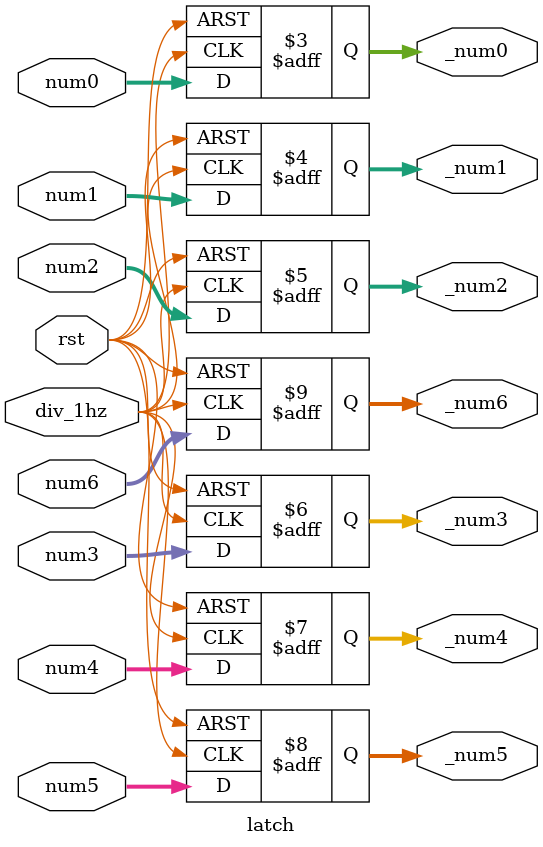
<source format=v>
module latch(rst,div_1hz,num0,num1,num2,num3,num4,num5,num6,
_num0,_num1,_num2,_num3,_num4,_num5,_num6);
input rst,div_1hz;
input [3:0]   num0,num1,num2,num3,num4,num5,num6;
output  reg [3:0]   _num0,_num1,_num2,_num3,_num4,_num5,_num6;
always @(posedge div_1hz or negedge rst) begin 
	if(!rst) 
	begin
		_num0<=4'b0000; _num1<=4'b0000; _num2<=4'b0000; _num3<=4'b0000; 
		_num4<=4'b0000; _num5<=4'b0000; _num6<=4'b0000;
	end 
	else 
		begin
		_num0<=num0; _num1<=num1; _num2<=num2; _num3<=num3;
		_num4<=num4; _num5<=num5; _num6<=num6;
	end 
end
endmodule

</source>
